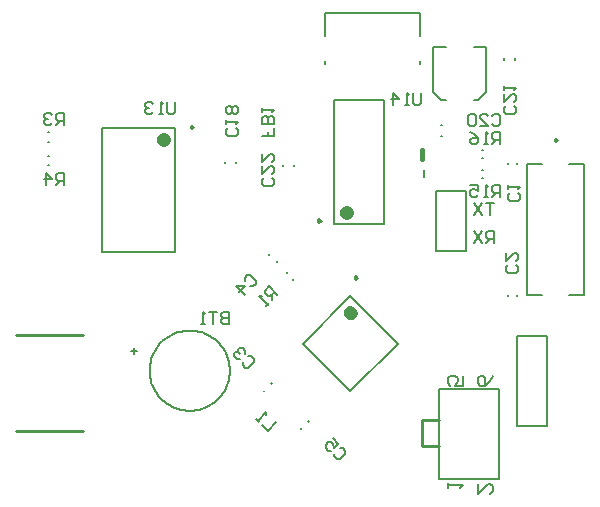
<source format=gbo>
G04*
G04 #@! TF.GenerationSoftware,Altium Limited,Altium Designer,19.0.15 (446)*
G04*
G04 Layer_Color=32896*
%FSLAX25Y25*%
%MOIN*%
G70*
G01*
G75*
%ADD10C,0.00984*%
%ADD11C,0.00787*%
%ADD12C,0.01000*%
%ADD13C,0.00800*%
%ADD94C,0.02362*%
%ADD95C,0.00394*%
%ADD96C,0.01575*%
D10*
X175209Y395245D02*
X174470Y395671D01*
Y394819D01*
X175209Y395245D01*
X217606Y364012D02*
X216868Y364438D01*
Y363586D01*
X217606Y364012D01*
X296492Y390886D02*
X295754Y391312D01*
Y390460D01*
X296492Y390886D01*
X229655Y344993D02*
X228916Y345419D01*
Y344566D01*
X229655Y344993D01*
D11*
X187386Y314000D02*
X187348Y315000D01*
X187236Y315995D01*
X187050Y316979D01*
X186791Y317946D01*
X186460Y318890D01*
X186060Y319808D01*
X185592Y320693D01*
X185060Y321540D01*
X184466Y322346D01*
X183812Y323105D01*
X183105Y323813D01*
X182346Y324465D01*
X181541Y325060D01*
X180693Y325592D01*
X179808Y326060D01*
X178890Y326461D01*
X177946Y326791D01*
X176979Y327050D01*
X175995Y327236D01*
X175000Y327348D01*
X174000Y327386D01*
X173000Y327348D01*
X172005Y327236D01*
X171021Y327050D01*
X170054Y326791D01*
X169110Y326461D01*
X168192Y326060D01*
X167307Y325592D01*
X166460Y325060D01*
X165654Y324465D01*
X164895Y323813D01*
X164188Y323105D01*
X163534Y322346D01*
X162940Y321540D01*
X162408Y320693D01*
X161940Y319808D01*
X161539Y318890D01*
X161209Y317946D01*
X160950Y316979D01*
X160764Y315995D01*
X160652Y315000D01*
X160614Y314000D01*
X160652Y313000D01*
X160764Y312005D01*
X160950Y311021D01*
X161209Y310054D01*
X161539Y309110D01*
X161940Y308192D01*
X162408Y307307D01*
X162940Y306459D01*
X163534Y305654D01*
X164188Y304895D01*
X164895Y304187D01*
X165654Y303535D01*
X166460Y302940D01*
X167307Y302408D01*
X168192Y301940D01*
X169110Y301539D01*
X170054Y301209D01*
X171021Y300950D01*
X172005Y300764D01*
X173000Y300652D01*
X174000Y300614D01*
X175000Y300652D01*
X175995Y300764D01*
X176979Y300950D01*
X177946Y301209D01*
X178890Y301539D01*
X179808Y301940D01*
X180693Y302408D01*
X181541Y302940D01*
X182346Y303535D01*
X183105Y304187D01*
X183812Y304895D01*
X184466Y305654D01*
X185060Y306459D01*
X185592Y307307D01*
X186060Y308192D01*
X186460Y309110D01*
X186791Y310054D01*
X187050Y311021D01*
X187236Y312005D01*
X187348Y313000D01*
X187386Y314000D01*
X283000Y295500D02*
X293000D01*
Y325500D01*
X283000D02*
X293000D01*
X283000Y295500D02*
Y325500D01*
X201114Y309892D02*
X201392Y309613D01*
X198608Y307386D02*
X198886Y307108D01*
X213456Y297327D02*
X213735Y297048D01*
X210951Y294821D02*
X211229Y294543D01*
X200451Y352740D02*
X200729Y353018D01*
X202956Y350234D02*
X203235Y350513D01*
X208567Y344374D02*
X208846Y344652D01*
X206340Y346601D02*
X206618Y346879D01*
X205228Y382303D02*
Y382697D01*
X208772Y382303D02*
Y382697D01*
X126803Y382469D02*
X127197D01*
X126803Y385618D02*
X127197D01*
X144795Y353729D02*
X169205D01*
X144795Y395068D02*
X169205D01*
X144795Y353729D02*
Y395068D01*
X169205Y353729D02*
Y395068D01*
X222232Y362831D02*
Y404169D01*
X238768Y362831D02*
Y404169D01*
X222232Y362831D02*
X238768D01*
X222232Y404169D02*
X238768D01*
X257898Y404142D02*
X259276D01*
X255142Y406898D02*
X257898Y404142D01*
X255142Y406898D02*
Y421858D01*
X268724Y404142D02*
X270102D01*
X272858Y406898D01*
Y421858D01*
X255142D02*
X259276D01*
X268724D02*
X272858D01*
X257803Y392228D02*
X258197D01*
X257803Y395772D02*
X258197D01*
X271303Y384772D02*
X271697D01*
X271303Y387528D02*
X271697D01*
X271303Y378272D02*
X271697D01*
X271303Y381028D02*
X271697D01*
X282272Y417724D02*
Y418118D01*
X278728Y417724D02*
Y418118D01*
X283075Y382803D02*
Y383197D01*
X279925Y382803D02*
Y383197D01*
X283075Y338917D02*
Y339311D01*
X279925Y338917D02*
Y339311D01*
X257000Y288833D02*
Y308000D01*
Y278000D02*
Y308000D01*
X277000Y278000D02*
Y308000D01*
X257000Y278000D02*
X277000D01*
X257000Y308000D02*
X277000D01*
X255953Y354000D02*
Y374000D01*
X265953D01*
Y354000D02*
Y374000D01*
X255953Y354000D02*
X265953D01*
X155299Y319512D02*
Y321480D01*
X154315Y320496D02*
X156283D01*
X286492Y339311D02*
Y383012D01*
X305508Y339311D02*
Y383012D01*
X300528D02*
X305508D01*
X286492D02*
X291472D01*
X300528Y339311D02*
X305508D01*
X286492D02*
X291472D01*
X227492Y307132D02*
X243360Y323000D01*
X211624D02*
X227492Y338868D01*
X211624Y323000D02*
X227492Y307132D01*
Y338868D02*
X243360Y323000D01*
X126803Y390324D02*
X127197D01*
X126803Y393474D02*
X127197D01*
X189272Y383303D02*
Y383697D01*
X185728Y383303D02*
Y383697D01*
X252095Y378468D02*
Y380831D01*
X250689Y416217D02*
Y417398D01*
X219193Y433146D02*
X250689D01*
Y425665D02*
Y433146D01*
X219193Y425665D02*
Y433146D01*
Y416217D02*
Y417398D01*
D12*
X116000Y326055D02*
X138500D01*
X116000Y294055D02*
X138500D01*
X251500Y297500D02*
X257000D01*
X251500Y289000D02*
Y297500D01*
Y289000D02*
X257000D01*
D13*
X202828Y296828D02*
X200000Y294000D01*
X198115Y295885D01*
X197172Y296828D02*
X196230Y297770D01*
X196701Y297299D01*
X199529Y300126D01*
Y299184D01*
X193471Y318741D02*
X194414D01*
X195356Y317799D01*
Y316856D01*
X193471Y314971D01*
X192529D01*
X191586Y315914D01*
Y316856D01*
X192529Y319684D02*
Y320626D01*
X191586Y321569D01*
X190644D01*
X190173Y321097D01*
Y320155D01*
X190644Y319684D01*
X190173Y320155D01*
X189230D01*
X188759Y319684D01*
Y318741D01*
X189701Y317799D01*
X190644D01*
X223971Y288241D02*
X224914D01*
X225856Y287299D01*
Y286356D01*
X223971Y284471D01*
X223029D01*
X222086Y285414D01*
Y286356D01*
X221615Y291540D02*
X223500Y289655D01*
X222086Y288241D01*
X221615Y289655D01*
X221144Y290126D01*
X220201D01*
X219259Y289184D01*
Y288241D01*
X220201Y287299D01*
X221144D01*
X192259Y343971D02*
Y344914D01*
X193201Y345856D01*
X194144D01*
X196029Y343971D01*
Y343029D01*
X195086Y342086D01*
X194144D01*
X192259Y339259D02*
X189431Y342086D01*
X192259Y342086D01*
X190374Y340201D01*
X203235Y339311D02*
X200407Y342139D01*
X198993Y340725D01*
Y339782D01*
X199936Y338840D01*
X200878D01*
X202292Y340253D01*
X201349Y339311D02*
Y337426D01*
X200407Y336484D02*
X199464Y335541D01*
X199936Y336012D01*
X197108Y338840D01*
X198051D01*
X201332Y378166D02*
X201999Y377499D01*
Y376166D01*
X201332Y375500D01*
X198667D01*
X198000Y376166D01*
Y377499D01*
X198667Y378166D01*
X198000Y382165D02*
Y379499D01*
X200666Y382165D01*
X201332D01*
X201999Y381498D01*
Y380165D01*
X201332Y379499D01*
X198000Y386163D02*
Y383497D01*
X200666Y386163D01*
X201332D01*
X201999Y385497D01*
Y384164D01*
X201332Y383497D01*
X201999Y394894D02*
Y392228D01*
X199999D01*
Y393561D01*
Y392228D01*
X198000D01*
X201999Y396227D02*
X198000D01*
Y398226D01*
X198667Y398893D01*
X199333D01*
X199999Y398226D01*
Y396227D01*
Y398226D01*
X200666Y398893D01*
X201332D01*
X201999Y398226D01*
Y396227D01*
X198000Y400226D02*
Y401559D01*
Y400892D01*
X201999D01*
X201332Y400226D01*
X132000Y376000D02*
Y379999D01*
X130001D01*
X129334Y379332D01*
Y377999D01*
X130001Y377333D01*
X132000D01*
X130667D02*
X129334Y376000D01*
X126002D02*
Y379999D01*
X128001Y377999D01*
X125336D01*
X169000Y403499D02*
Y400166D01*
X168333Y399500D01*
X167001D01*
X166334Y400166D01*
Y403499D01*
X165001Y399500D02*
X163668D01*
X164335D01*
Y403499D01*
X165001Y402832D01*
X161669D02*
X161003Y403499D01*
X159670D01*
X159003Y402832D01*
Y402166D01*
X159670Y401499D01*
X160336D01*
X159670D01*
X159003Y400833D01*
Y400166D01*
X159670Y399500D01*
X161003D01*
X161669Y400166D01*
X251000Y406499D02*
Y403166D01*
X250334Y402500D01*
X249001D01*
X248334Y403166D01*
Y406499D01*
X247001Y402500D02*
X245668D01*
X246335D01*
Y406499D01*
X247001Y405832D01*
X241670Y402500D02*
Y406499D01*
X243669Y404499D01*
X241003D01*
X274834Y398832D02*
X275501Y399499D01*
X276834D01*
X277500Y398832D01*
Y396166D01*
X276834Y395500D01*
X275501D01*
X274834Y396166D01*
X270835Y395500D02*
X273501D01*
X270835Y398166D01*
Y398832D01*
X271502Y399499D01*
X272835D01*
X273501Y398832D01*
X269503D02*
X268836Y399499D01*
X267503D01*
X266837Y398832D01*
Y396166D01*
X267503Y395500D01*
X268836D01*
X269503Y396166D01*
Y398832D01*
X277500Y389500D02*
Y393499D01*
X275501D01*
X274834Y392832D01*
Y391499D01*
X275501Y390833D01*
X277500D01*
X276167D02*
X274834Y389500D01*
X273501D02*
X272168D01*
X272835D01*
Y393499D01*
X273501Y392832D01*
X267503Y393499D02*
X268836Y392832D01*
X270169Y391499D01*
Y390166D01*
X269503Y389500D01*
X268170D01*
X267503Y390166D01*
Y390833D01*
X268170Y391499D01*
X270169D01*
X277500Y372000D02*
Y375999D01*
X275501D01*
X274834Y375332D01*
Y373999D01*
X275501Y373333D01*
X277500D01*
X276167D02*
X274834Y372000D01*
X273501D02*
X272168D01*
X272835D01*
Y375999D01*
X273501Y375332D01*
X267503Y375999D02*
X270169D01*
Y373999D01*
X268836Y374666D01*
X268170D01*
X267503Y373999D01*
Y372666D01*
X268170Y372000D01*
X269503D01*
X270169Y372666D01*
X282061Y402166D02*
X282727Y401499D01*
Y400166D01*
X282061Y399500D01*
X279395D01*
X278728Y400166D01*
Y401499D01*
X279395Y402166D01*
X278728Y406165D02*
Y403499D01*
X281394Y406165D01*
X282061D01*
X282727Y405498D01*
Y404165D01*
X282061Y403499D01*
X278728Y407497D02*
Y408830D01*
Y408164D01*
X282727D01*
X282061Y407497D01*
X283258Y373166D02*
X283924Y372499D01*
Y371166D01*
X283258Y370500D01*
X280592D01*
X279925Y371166D01*
Y372499D01*
X280592Y373166D01*
X279925Y374499D02*
Y375832D01*
Y375165D01*
X283924D01*
X283258Y374499D01*
X282832Y349280D02*
X283499Y348614D01*
Y347281D01*
X282832Y346614D01*
X280166D01*
X279500Y347281D01*
Y348614D01*
X280166Y349280D01*
X279500Y353279D02*
Y350613D01*
X282166Y353279D01*
X282832D01*
X283499Y352612D01*
Y351279D01*
X282832Y350613D01*
X275500Y369999D02*
X272834D01*
X274167D01*
Y366000D01*
X271501Y369999D02*
X268835Y366000D01*
Y369999D02*
X271501Y366000D01*
X275500Y356500D02*
Y360499D01*
X273501D01*
X272834Y359832D01*
Y358499D01*
X273501Y357833D01*
X275500D01*
X274167D02*
X272834Y356500D01*
X271501Y360499D02*
X268835Y356500D01*
Y360499D02*
X271501Y356500D01*
X260000Y275000D02*
Y276666D01*
Y275833D01*
X264998D01*
X264165Y275000D01*
X270000Y276332D02*
Y273000D01*
X273332Y276332D01*
X274165D01*
X274998Y275499D01*
Y273833D01*
X274165Y273000D01*
X264998Y312332D02*
Y309000D01*
X262499D01*
X263332Y310666D01*
Y311499D01*
X262499Y312332D01*
X260833D01*
X260000Y311499D01*
Y309833D01*
X260833Y309000D01*
X274998Y312332D02*
X274165Y310666D01*
X272499Y309000D01*
X270833D01*
X270000Y309833D01*
Y311499D01*
X270833Y312332D01*
X271666D01*
X272499Y311499D01*
Y309000D01*
X187000Y333499D02*
Y329500D01*
X185001D01*
X184334Y330166D01*
Y330833D01*
X185001Y331499D01*
X187000D01*
X185001D01*
X184334Y332166D01*
Y332832D01*
X185001Y333499D01*
X187000D01*
X183001D02*
X180335D01*
X181668D01*
Y329500D01*
X179003D02*
X177670D01*
X178336D01*
Y333499D01*
X179003Y332832D01*
X132000Y396000D02*
Y399999D01*
X130001D01*
X129334Y399332D01*
Y397999D01*
X130001Y397333D01*
X132000D01*
X130667D02*
X129334Y396000D01*
X128001Y399332D02*
X127335Y399999D01*
X126002D01*
X125336Y399332D01*
Y398666D01*
X126002Y397999D01*
X126668D01*
X126002D01*
X125336Y397333D01*
Y396666D01*
X126002Y396000D01*
X127335D01*
X128001Y396666D01*
X189332Y394894D02*
X189999Y394228D01*
Y392895D01*
X189332Y392228D01*
X186667D01*
X186000Y392895D01*
Y394228D01*
X186667Y394894D01*
X186000Y396227D02*
Y397560D01*
Y396894D01*
X189999D01*
X189332Y396227D01*
Y399559D02*
X189999Y400226D01*
Y401559D01*
X189332Y402225D01*
X188666D01*
X187999Y401559D01*
X187333Y402225D01*
X186667D01*
X186000Y401559D01*
Y400226D01*
X186667Y399559D01*
X187333D01*
X187999Y400226D01*
X188666Y399559D01*
X189332D01*
X187999Y400226D02*
Y401559D01*
D94*
X166449Y391131D02*
X166004Y392054D01*
X165005Y392282D01*
X164204Y391643D01*
Y390618D01*
X165005Y389979D01*
X166004Y390208D01*
X166449Y391131D01*
X227350Y366768D02*
X226906Y367691D01*
X225906Y367919D01*
X225105Y367280D01*
Y366255D01*
X225906Y365616D01*
X226906Y365844D01*
X227350Y366768D01*
X228673Y333300D02*
X228228Y334224D01*
X227229Y334452D01*
X226428Y333813D01*
Y332788D01*
X227229Y332149D01*
X228228Y332377D01*
X228673Y333300D01*
D95*
X230020Y406769D02*
D03*
D96*
X251504Y384575D02*
Y387724D01*
M02*

</source>
